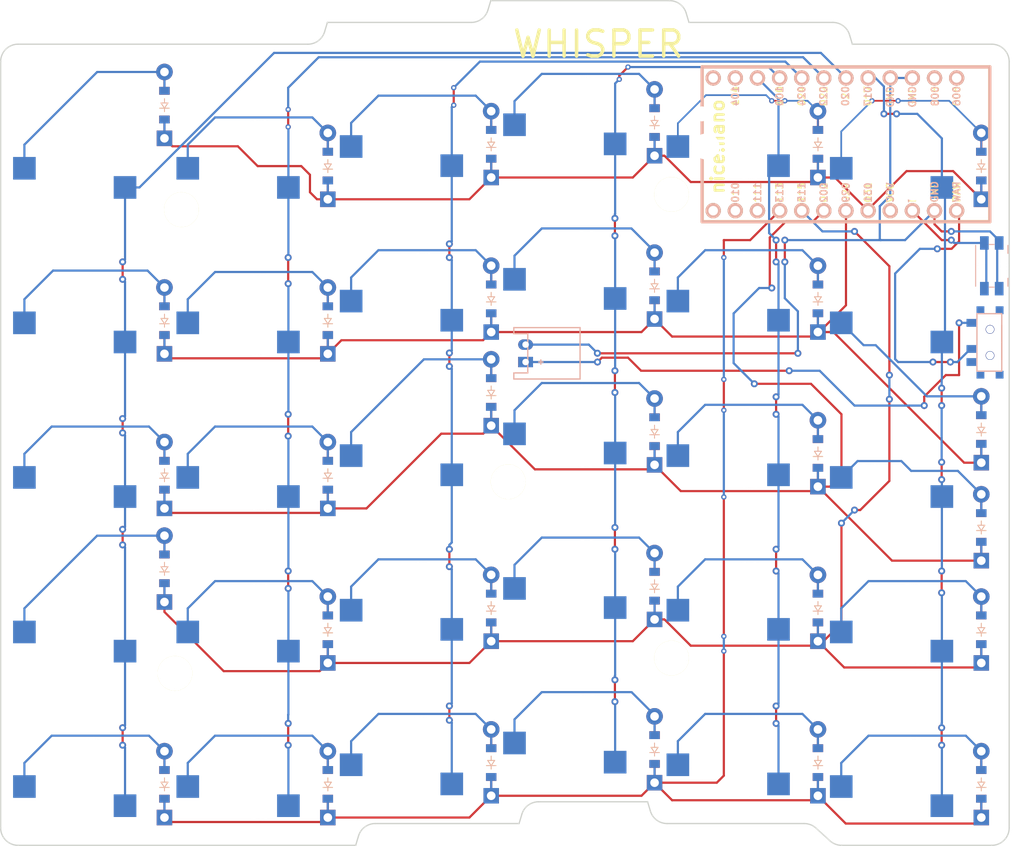
<source format=kicad_pcb>
(kicad_pcb (version 20240108) (generator "pcbnew") (generator_version "8.0")
  (title_block (title "left") (rev "v1.0.0") (company "Unknown"))
  (layers (0 "F.Cu" signal) (31 "B.Cu" signal) (34 "B.Paste" user) (35 "F.Paste" user) (36 "B.SilkS" user "B.Silkscreen") (37 "F.SilkS" user "F.Silkscreen") (38 "B.Mask" user) (39 "F.Mask" user) (44 "Edge.Cuts" user))
  (net 0 "")
  (net 1 "P020")
  (net 2 "first_mod")
  (net 3 "first_bottom")
  (net 4 "first_home")
  (net 5 "first_top")
  (net 6 "first_num")
  (net 7 "P022")
  (net 8 "second_mod")
  (net 9 "second_bottom")
  (net 10 "second_home")
  (net 11 "second_top")
  (net 12 "second_num")
  (net 13 "P024")
  (net 14 "third_mod")
  (net 15 "third_bottom")
  (net 16 "third_home")
  (net 17 "third_top")
  (net 18 "third_num")
  (net 19 "P100")
  (net 20 "fourth_mod")
  (net 21 "fourth_bottom")
  (net 22 "fourth_home")
  (net 23 "fourth_top")
  (net 24 "fourth_num")
  (net 25 "P011")
  (net 26 "fifth_mod")
  (net 27 "fifth_bottom")
  (net 28 "fifth_home")
  (net 29 "fifth_top")
  (net 30 "fifth_num")
  (net 31 "P017")
  (net 32 "sixth_mod")
  (net 33 "sixth_bottom")
  (net 34 "sixth_home")
  (net 35 "sixth_top")
  (net 36 "sixth_num")
  (net 37 "P113")
  (net 38 "P002")
  (net 39 "P029")
  (net 40 "P115")
  (net 41 "P031")
  (net 42 "RAW")
  (net 43 "GND")
  (net 44 "RST")
  (net 45 "VCC")
  (net 46 "P111")
  (net 47 "P010")
  (net 48 "P009")
  (net 49 "P006")
  (net 50 "P008")
  (net 51 "P104")
  (net 52 "P106")
  (net 53 "pos")
  (footprint "E73:SPDT_C128955" (layer "F.Cu") (at 202.55 102.75 -90)
    (property "Reference" "T1" (hide yes))
    (property "Value" "" (hide yes))
  )
  (footprint "PG1350" (layer "F.Cu") (at 100 96.75 180)
    (property "Reference" "S4" (hide yes))
    (property "Value" "" (hide yes))
  )
  (footprint "ComboDiode" (layer "F.Cu") (at 182.8 151 90)
    (property "Reference" "D16" (hide yes))
    (property "Value" "" (hide yes))
  )
  (footprint "PG1350" (layer "F.Cu") (at 156.25 74 180)
    (property "Reference" "S20" (hide yes))
    (property "Value" "" (hide yes))
  )
  (footprint "PG1350" (layer "F.Cu") (at 118.75 132.25 180)
    (property "Reference" "S7" (hide yes))
    (property "Value" "" (hide yes))
  )
  (footprint "ComboDiode" (layer "F.Cu") (at 201.55 135.75 90)
    (property "Reference" "D22" (hide yes))
    (property "Value" "" (hide yes))
  )
  (footprint "PG1350" (layer "F.Cu") (at 156.25 109.5 180)
    (property "Reference" "S18" (hide yes))
    (property "Value" "" (hide yes))
  )
  (footprint "PG1350" (layer "F.Cu") (at 118.75 114.5 180)
    (property "Reference" "S8" (hide yes))
    (property "Value" "" (hide yes))
  )
  (footprint "PG1350" (layer "F.Cu") (at 193.75 150 180)
    (property "Reference" "S26" (hide yes))
    (property "Value" "" (hide yes))
  )
  (footprint "ComboDiode" (layer "F.Cu") (at 126.55 100.25 90)
    (property "Reference" "D7" (hide yes))
    (property "Value" "" (hide yes))
  )
  (footprint "HOLE_M2_TH" (layer "F.Cu") (at 109 140.75)
    (property "Reference" "")
    (property "Value" "")
  )
  (footprint "ComboDiode" (layer "F.Cu") (at 126.55 118 90)
    (property "Reference" "D6" (hide yes))
    (property "Value" "" (hide yes))
  )
  (footprint "PG1350" (layer "F.Cu") (at 175 129.75 180)
    (property "Reference" "S22" (hide yes))
    (property "Value" "" (hide yes))
  )
  (footprint "ComboDiode" (layer "F.Cu") (at 145.3 151 90)
    (property "Reference" "D9" (hide yes))
    (property "Value" "" (hide yes))
  )
  (footprint "ComboDiode" (layer "F.Cu") (at 182.8 115.5 90)
    (property "Reference" "D18" (hide yes))
    (property "Value" "" (hide yes))
  )
  (footprint "nice_nano" (layer "F.Cu") (at 184.75 80 180)
    (property "Reference" "MCU1" (hide yes))
    (property "Value" "nice_nano" (hide yes))
  )
  (footprint "HOLE_M2_TH" (layer "F.Cu") (at 166 139)
    (property "Reference" "")
    (property "Value" "")
  )
  (footprint "ComboDiode" (layer "F.Cu") (at 201.55 112.75 90)
    (property "Reference" "D24" (hide yes))
    (property "Value" "" (hide yes))
  )
  (footprint "ComboDiode" (layer "F.Cu") (at 182.8 97.75 90)
    (property "Reference" "D19" (hide yes))
    (property "Value" "" (hide yes))
  )
  (footprint "PG1350" (layer "F.Cu") (at 100 79 180)
    (property "Reference" "S5" (hide yes))
    (property "Value" "" (hide yes))
  )
  (footprint "Panasonic_EVQPUL_EVQPUC" (layer "F.Cu") (at 202.75 93.95 -90)
    (property "Reference" "B1" (hide yes))
    (property "Value" "Panasonic_EVQPUL_EVQPUC" (hide yes))
  )
  (footprint "ComboDiode" (layer "F.Cu") (at 126.55 82.5 90)
    (property "Reference" "D8" (hide yes))
    (property "Value" "" (hide yes))
  )
  (footprint "ComboDiode" (layer "F.Cu") (at 107.8 75.5 90)
    (property "Reference" "D27" (hide yes))
    (property "Value" "" (hide yes))
  )
  (footprint "PG1350" (layer "F.Cu") (at 100 114.5 180)
    (property "Reference" "S3" (hide yes))
    (property "Value" "" (hide yes))
  )
  (footprint "PG1350" (layer "F.Cu") (at 193.75 96.75 180)
    (property "Reference" "S29" (hide yes))
    (property "Value" "" (hide yes))
  )
  (footprint "ComboDiode" (layer "F.Cu") (at 201.55 82.5 90)
    (property "Reference" "D23" (hide yes))
    (property "Value" "" (hide yes))
  )
  (footprint "ComboDiode" (layer "F.Cu") (at 107.8 128.75 90)
    (property "Reference" "D26" (hide yes))
    (property "Value" "" (hide yes))
  )
  (footprint "ComboDiode" (layer "F.Cu") (at 201.55 153.5 90)
    (property "Reference" "D21" (hide yes))
    (property "Value" "" (hide yes))
  )
  (footprint "PG1350" (layer "F.Cu") (at 118.75 79 180)
    (property "Reference" "S10" (hide yes))
    (property "Value" "" (hide yes))
  )
  (footprint "ComboDiode" (layer "F.Cu") (at 164.05 130.75 90)
    (property "Reference" "D13" (hide yes))
    (property "Value" "" (hide yes))
  )
  (footprint "ComboDiode" (layer "F.Cu") (at 164.05 77.5 90)
    (property "Reference" "D15" (hide yes))
    (property "Value" "" (hide yes))
  )
  (footprint "ComboDiode" (layer "F.Cu") (at 126.55 153.5 90)
    (property "Reference" "D4" (hide yes))
    (property "Value" "" (hide yes))
  )
  (footprint "HOLE_M2_TH" (layer "F.Cu") (at 166 85.75)
    (property "Reference" "")
    (property "Value" "")
  )
  (footprint "PG1350" (layer "F.Cu") (at 137.5 76.5 180)
    (property "Reference" "S15" (hide yes))
    (property "Value" "" (hide yes))
  )
  (footprint "PG1350" (layer "F.Cu") (at 175 147.5 180)
    (property "Reference" "S21" (hide yes))
    (property "Value" "" (hide yes))
  )
  (footprint "ComboDiode" (layer "F.Cu") (at 107.8 100.25 90)
    (property "Reference" "D3" (hide yes))
    (property "Value" "" (hide yes))
  )
  (footprint "PG1350" (layer "F.Cu") (at 156.25 91.75 180)
    (property "Reference" "S19" (hide yes))
    (property "Value" "" (hide yes))
  )
  (footprint "ComboDiode" (layer "F.Cu") (at 201.55 124 90)
    (property "Reference" "D25" (hide yes))
    (property "Value" "" (hide yes))
  )
  (footprint "ComboDiode" (layer "F.Cu") (at 126.55 135.75 90)
    (property "Reference" "D5" (hide yes))
    (property "Value" "" (hide yes))
  )
  (footprint "ComboDiode" (layer "F.Cu") (at 164.05 113 90)
    (property "Reference" "D14" (hide yes))
    (property "Value" "" (hide yes))
  )
  (footprint "PG1350" (layer "F.Cu") (at 156.25 145 180)
    (property "Reference" "S16" (hide yes))
    (property "Value" "" (hide yes))
  )
  (footprint "JST_PH_S2B-PH-K_02x2.00mm_Angled" (layer "F.Cu") (at 149.25 104 90)
    (property "Reference" "JST1" (hide yes))
    (property "Value" "" (hide yes))
  )
  (footprint "ComboDiode" (layer "F.Cu") (at 164.05 149.5 90)
    (property "Reference" "D29" (hide yes))
    (property "Value" "" (hide yes))
  )
  (footprint "ComboDiode" (layer "F.Cu") (at 107.8 118 90)
    (property "Reference" "D2" (hide yes))
    (property "Value" "" (hide yes))
  )
  (footprint "HOLE_M2_TH" (layer "F.Cu") (at 109.75 87.5)
    (property "Reference" "")
    (property "Value" "")
  )
  (footprint "PG1350" (layer "F.Cu") (at 118.75 96.75 180)
    (property "Reference" "S9" (hide yes))
    (property "Value" "" (hide yes))
  )
  (footprint "ComboDiode" (layer "F.Cu") (at 145.3 133.25 90)
    (property "Reference" "D10" (hide yes))
    (property "Value" "" (hide yes))
  )
  (footprint "PG1350" (layer "F.Cu") (at 193.75 114.5 180)
    (property "Reference" "S28" (hide yes))
    (property "Value" "" (hide yes))
  )
  (footprint "PG1350" (layer "F.Cu") (at 137.5 147.5 180)
    (property "Reference" "S11" (hide yes))
    (property "Value" "" (hide yes))
  )
  (footprint "PG1350" (layer "F.Cu") (at 137.5 94.25 180)
    (property "Reference" "S14" (hide yes))
    (property "Value" "" (hide yes))
  )
  (footprint "PG1350" (layer "F.Cu") (at 100 150 180)
    (property "Reference" "S1" (hide yes))
    (property "Value" "" (hide yes))
  )
  (footprint "PG1350" (layer "F.Cu") (at 137.5 112 180)
    (property "Reference" "S13" (hide yes))
    (property "Value" "" (hide yes))
  )
  (footprint "ComboDiode" (layer "F.Cu") (at 164.05 96.25 90)
    (property "Reference" "D30" (hide yes))
    (property "Value" "" (hide yes))
  )
  (footprint "PG1350" (layer "F.Cu") (at 118.75 150 180)
    (property "Reference" "S6" (hide yes))
    (property "Value" "" (hide yes))
  )
  (footprint "ComboDiode" (layer "F.Cu") (at 182.8 80 90)
    (property "Reference" "D20" (hide yes))
    (property "Value" "" (hide yes))
  )
  (footprint "PG1350" (layer "F.Cu") (at 137.5 129.75 180)
    (property "Reference" "S12" (hide yes))
    (property "Value" "" (hide yes))
  )
  (footprint "ComboDiode" (layer "F.Cu") (at 107.8 153.5 90)
    (property "Reference" "D1" (hide yes))
    (property "Value" "" (hide yes))
  )
  (footprint "PG1350" (layer "F.Cu") (at 175 112 180)
    (property "Reference" "S23" (hide yes))
    (property "Value" "" (hide yes))
  )
  (footprint "PG1350" (layer "F.Cu") (at 193.75 79 180)
    (property "Reference" "S30" (hide yes))
    (property "Value" "" (hide yes))
  )
  (footprint "PG1350" (layer "F.Cu") (at 156.25 127.25 180)
    (property "Reference" "S17" (hide yes))
    (property "Value" "" (hide yes))
  )
  (footprint "ComboDiode" (layer "F.Cu") (at 145.3 108.5 90)
    (property "Reference" "D28" (hide yes))
    (property "Value" "" (hide yes))
  )
  (footprint "ComboDiode" (layer "F.Cu") (at 182.8 133.25 90)
    (property "Reference" "D17" (hide yes))
    (property "Value" "" (hide yes))
  )
  (footprint "ComboDiode" (layer "F.Cu") (at 145.3 97.75 90)
    (property "Reference" "D11" (hide yes))
    (property "Value" "" (hide yes))
  )
  (footprint "PG1350" (layer "F.Cu") (at 175 94.25 180)
    (property "Reference" "S24" (hide yes))
    (property "Value" "" (hide yes))
  )
  (footprint "PG1350" (layer "F.Cu") (at 100 132.25 180)
    (property "Reference" "S2" (hide yes))
    (property "Value" "" (hide yes))
  )
  (footprint "HOLE_M2_TH" (layer "F.Cu") (at 147.25 118.75)
    (property "Reference" "")
    (property "Value" "")
  )
  (footprint "ComboDiode" (layer "F.Cu") (at 145.3 80 90)
    (property "Reference" "D12" (hide yes))
    (property "Value" "" (hide yes))
  )
  (footprint "PG1350" (layer "F.Cu") (at 175 76.5 180)
    (property "Reference" "S25" (hide yes))
    (property "Value" "" (hide yes))
  )
  (footprint "PG1350" (layer "F.Cu") (at 193.75 132.25 180)
    (property "Reference" "S27" (hide yes))
    (property "Value" "" (hide yes))
  )
  (gr_arc (start 144.927592 64.574696) (mid 144.2058 65.604586) (end 143.011939 66) (stroke (width 0.15)) (layer "Edge.Cuts"))
  (gr_line (start 130.072409 159.425304) (end 129.75 160.5) (stroke (width 0.15)) (layer "Edge.Cuts"))
  (gr_line (start 186.7501 68.5) (end 202.75 68.5) (stroke (width 0.15)) (layer "Edge.Cuts"))
  (gr_line (start 181.226786 158) (end 165.488061 158) (stroke (width 0.15)) (layer "Edge.Cuts"))
  (gr_line (start 91 68.5) (end 124.261939 68.5) (stroke (width 0.15)) (layer "Edge.Cuts"))
  (gr_line (start 91 160.5) (end 129.75 160.5) (stroke (width 0.15)) (layer "Edge.Cuts"))
  (gr_line (start 89 158.5) (end 89 70.5) (stroke (width 0.15)) (layer "Edge.Cuts"))
  (gr_arc (start 165.761939 63.5) (mid 166.9558 63.895414) (end 167.677591 64.925304) (stroke (width 0.15)) (layer "Edge.Cuts"))
  (gr_line (start 204.75 70.5) (end 204.75 158.5) (stroke (width 0.15)) (layer "Edge.Cuts"))
  (gr_line (start 148.5 158) (end 131.988061 158) (stroke (width 0.15)) (layer "Edge.Cuts"))
  (gr_arc (start 130.072408 159.425304) (mid 130.7942 158.395414) (end 131.988061 158) (stroke (width 0.15)) (layer "Edge.Cuts"))
  (gr_line (start 167.677591 64.925304) (end 168 66) (stroke (width 0.15)) (layer "Edge.Cuts"))
  (gr_arc (start 202.75 68.5) (mid 204.164214 69.085786) (end 204.75 70.5) (stroke (width 0.15)) (layer "Edge.Cuts"))
  (gr_line (start 145.25 63.5) (end 165.761939 63.5) (stroke (width 0.15)) (layer "Edge.Cuts"))
  (gr_arc (start 181.226786 158) (mid 181.94798 158.134556) (end 182.572132 158.52012) (stroke (width 0.15)) (layer "Edge.Cuts"))
  (gr_line (start 202.75 160.5) (end 185.523214 160.5) (stroke (width 0.15)) (layer "Edge.Cuts"))
  (gr_line (start 184.177868 159.97988) (end 182.572132 158.52012) (stroke (width 0.15)) (layer "Edge.Cuts"))
  (gr_arc (start 148.822408 156.925304) (mid 149.5442 155.895414) (end 150.738061 155.5) (stroke (width 0.15)) (layer "Edge.Cuts"))
  (gr_arc (start 126.177592 67.074696) (mid 125.4558 68.104586) (end 124.261939 68.5) (stroke (width 0.15)) (layer "Edge.Cuts"))
  (gr_arc (start 91 160.5) (mid 89.585786 159.914214) (end 89 158.5) (stroke (width 0.15)) (layer "Edge.Cuts"))
  (gr_line (start 186.427627 67.425234) (end 186.7501 68.5) (stroke (width 0.15)) (layer "Edge.Cuts"))
  (gr_arc (start 89 70.5) (mid 89.585786 69.085786) (end 91 68.5) (stroke (width 0.15)) (layer "Edge.Cuts"))
  (gr_line (start 163.25 155.5) (end 150.738061 155.5) (stroke (width 0.15)) (layer "Edge.Cuts"))
  (gr_line (start 148.822409 156.925304) (end 148.5 158) (stroke (width 0.15)) (layer "Edge.Cuts"))
  (gr_line (start 144.927591 64.574696) (end 145.25 63.5) (stroke (width 0.15)) (layer "Edge.Cuts"))
  (gr_line (start 163.572409 156.574696) (end 163.25 155.5) (stroke (width 0.15)) (layer "Edge.Cuts"))
  (gr_line (start 126.177591 67.074696) (end 126.5 66) (stroke (width 0.15)) (layer "Edge.Cuts"))
  (gr_arc (start 184.511996 66) (mid 185.705828 66.395392) (end 186.427627 67.425234) (stroke (width 0.15)) (layer "Edge.Cuts"))
  (gr_arc (start 165.488061 158) (mid 164.2942 157.604586) (end 163.572409 156.574696) (stroke (width 0.15)) (layer "Edge.Cuts"))
  (gr_arc (start 204.75 158.5) (mid 204.164214 159.914214) (end 202.75 160.5) (stroke (width 0.15)) (layer "Edge.Cuts"))
  (gr_arc (start 185.523214 160.5) (mid 184.80202 160.365444) (end 184.177868 159.97988) (stroke (width 0.15)) (layer "Edge.Cuts"))
  (gr_line (start 168 66) (end 184.511996 66) (stroke (width 0.15)) (layer "Edge.Cuts"))
  (gr_line (start 126.5 66) (end 143.011939 66) (stroke (width 0.15)) (layer "Edge.Cuts"))
  (gr_text "WHISPER" (at 147.55 68.5 0) (layer "F.SilkS") (effects (font (size 3 3) (thickness 0.4)) (justify left)))
  (segment (start 103 113.1355) (end 103 111.5) (width 0.25) (layer "F.Cu") (net 1))
  (segment (start 103 126) (end 103 124.215) (width 0.25) (layer "F.Cu") (net 1))
  (segment (start 103 149) (end 103 147) (width 0.25) (layer "F.Cu") (net 1))
  (segment (start 103 95.5) (end 103 93.5) (width 0.25) (layer "F.Cu") (net 1))
  (via (at 103 126) (size 0.8) (drill 0.4) (layers "F.Cu" "B.Cu") (net 1))
  (via (at 103 93.5) (size 0.8) (drill 0.4) (layers "F.Cu" "B.Cu") (net 1))
  (via (at 103 111.5) (size 0.8) (drill 0.4) (layers "F.Cu" "B.Cu") (net 1))
  (via (at 103 113.1355) (size 0.8) (drill 0.4) (layers "F.Cu" "B.Cu") (net 1))
  (via (at 103 95.5) (size 0.8) (drill 0.4) (layers "F.Cu" "B.Cu") (net 1))
  (via (at 103 124.215) (size 0.8) (drill 0.4) (layers "F.Cu" "B.Cu") (net 1))
  (via (at 103 147) (size 0.8) (drill 0.4) (layers "F.Cu" "B.Cu") (net 1))
  (via (at 103 149) (size 0.8) (drill 0.4) (layers "F.Cu" "B.Cu") (net 1))
  (segment (start 103.275 138.2) (end 103.275 126.275) (width 0.25) (layer "B.Cu") (net 1))
  (segment (start 103.275 111.225) (end 103.275 102.7) (width 0.25) (layer "B.Cu") (net 1))
  (segment (start 103.275 95.775) (end 103 95.5) (width 0.25) (layer "B.Cu") (net 1))
  (segment (start 103.275 102.7) (end 103.275 95.775) (width 0.25) (layer "B.Cu") (net 1))
  (segment (start 103.275 155.95) (end 103.275 149.275) (width 0.25) (layer "B.Cu") (net 1))
  (segment (start 103 93.5) (end 103.275 93.225) (width 0.25) (layer "B.Cu") (net 1))
  (segment (start 103 147) (end 103.275 146.725) (width 0.25) (layer "B.Cu") (net 1))
  (segment (start 103.275 123.94) (end 103.275 120.45) (width 0.25) (layer "B.Cu") (net 1))
  (segment (start 183.14 69.5) (end 186.02 72.38) (width 0.25) (layer "B.Cu") (net 1))
  (segment (start 103 111.5) (end 103.275 111.225) (width 0.25) (layer "B.Cu") (net 1))
  (segment (start 103.275 120.45) (end 103.275 113.4105) (width 0.25) (layer "B.Cu") (net 1))
  (segment (start 103.275 93.225) (end 103.275 84.95) (width 0.25) (layer "B.Cu") (net 1))
  (segment (start 103 124.215) (end 103.275 123.94) (width 0.25) (layer "B.Cu") (net 1))
  (segment (start 103.275 84.95) (end 104.92992 84.95) (width 0.25) (layer "B.Cu") (net 1))
  (segment (start 103.275 149.275) (end 103 149) (width 0.25) (layer "B.Cu") (net 1))
  (segment (start 103.275 146.725) (end 103.275 138.2) (width 0.25) (layer "B.Cu") (net 1))
  (segment (start 104.92992 84.95) (end 120.37992 69.5) (width 0.25) (layer "B.Cu") (net 1))
  (segment (start 120.37992 69.5) (end 183.14 69.5) (width 0.25) (layer "B.Cu") (net 1))
  (segment (start 103.275 126.275) (end 103 126) (width 0.25) (layer "B.Cu") (net 1))
  (segment (start 103.275 113.4105) (end 103 113.1355) (width 0.25) (layer "B.Cu") (net 1))
  (segment (start 107.8 149.69) (end 107.8 151.85) (width 0.25) (layer "F.Cu") (net 2))
  (segment (start 91.725 153.75) (end 91.725 151.041316) (width 0.25) (layer "B.Cu") (net 2))
  (segment (start 91.725 151.041316) (end 94.855816 147.9105) (width 0.25) (layer "B.Cu") (net 2))
  (segment (start 106.0205 147.9105) (end 107.8 149.69) (width 0.25) (layer "B.Cu") (net 2))
  (segment (start 94.855816 147.9105) (end 106.0205 147.9105) (width 0.25) (layer "B.Cu") (net 2))
  (segment (start 107.8 149.69) (end 107.8 151.85) (width 0.25) (layer "B.Cu") (net 2))
  (segment (start 107.8 124.94) (end 107.8 127.1) (width 0.25) (layer "F.Cu") (net 3))
  (segment (start 91.725 133.291316) (end 100.076316 124.94) (width 0.25) (layer "B.Cu") (net 3))
  (segment (start 107.8 124.94) (end 107.8 127.1) (width 0.25) (layer "B.Cu") (net 3))
  (segment (start 91.725 136) (end 91.725 133.291316) (width 0.25) (layer "B.Cu") (net 3))
  (segment (start 100.076316 124.94) (end 107.8 124.94) (width 0.25) (layer "B.Cu") (net 3))
  (segment (start 107.8 114.19) (end 107.8 116.35) (width 0.25) (layer "F.Cu") (net 4))
  (segment (start 107.8 114.19) (end 107.8 116.35) (width 0.25) (layer "B.Cu") (net 4))
  (segment (start 91.725 118.25) (end 91.725 115.541316) (width 0.25) (layer "B.Cu") (net 4))
  (segment (start 94.855816 112.4105) (end 106.0205 112.4105) (width 0.25) (layer "B.Cu") (net 4))
  (segment (start 91.725 115.541316) (end 94.855816 112.4105) (width 0.25) (layer "B.Cu") (net 4))
  (segment (start 106.0205 112.4105) (end 107.8 114.19) (width 0.25) (layer "B.Cu") (net 4))
  (segment (start 107.8 96.44) (end 107.8 98.6) (width 0.25) (layer "F.Cu") (net 5))
  (segment (start 105.86 94.5) (end 107.8 96.44) (width 0.25) (layer "B.Cu") (net 5))
  (segment (start 91.725 97.791316) (end 95.016316 94.5) (width 0.25) (layer "B.Cu") (net 5))
  (segment (start 95.016316 94.5) (end 105.86 94.5) (width 0.25) (layer "B.Cu") (net 5))
  (segment (start 91.725 100.5) (end 91.725 97.791316) (width 0.25) (layer "B.Cu") (net 5))
  (segment (start 107.8 96.44) (end 107.8 98.6) (width 0.25) (layer "B.Cu") (net 5))
  (segment (start 107.8 71.69) (end 107.8 73.85) (width 0.25) (layer "F.Cu") (net 6))
  (segment (start 91.725 80.041316) (end 100.076316 71.69) (width 0.25) (layer "B.Cu") (net 6))
  (segment (start 100.076316 71.69) (end 107.8 71.69) (width 0.25) (layer "B.Cu") (net 6))
  (segment (start 107.8 71.69) (end 107.8 73.85) (width 0.25) (layer "B.Cu") (net 6))
  (segment (start 91.725 82.75) (end 91.725 80.041316) (width 0.25) (layer "B.Cu") (net 6))
  (segment (start 122 131) (end 122 129) (width 0.25) (layer "F.Cu") (net 7))
  (segment (start 122 78) (end 122 76) (width 0.25) (layer "F.Cu") (net 7))
  (segment (start 122 149) (end 122 146.5) (width 0.25) (layer "F.Cu") (net 7))
  (segment (start 122 96) (end 122 93) (width 0.25) (layer "F.Cu") (net 7))
  (segment (start 122 113.5) (end 122 111) (width 0.25) (layer "F.Cu") (net 7))
  (via (at 122 111) (size 0.8) (drill 0.4) (layers "F.Cu" "B.Cu") (net 7))
  (via (at 122 96) (size 0.8) (drill 0.4) (layers "F.Cu" "B.Cu") (net 7))
  (via (at 122 129) (size 0.8) (drill 0.4) (layers "F.Cu" "B.Cu") (net 7))
  (via (at 122 131) (size 0.8) (drill 0.4) (layers "F.Cu" "B.Cu") (net 7))
  (via (at 122 149) (size 0.8) (drill 0.4) (layers "F.Cu" "B.Cu") (net 7))
  (via (at 122 76) (size 0.6) (drill 0.3) (layers "F.Cu" "B.Cu") (net 7))
  (via (at 122 146.5) (size 0.8) (drill 0.4) (layers "F.Cu" "B.Cu") (net 7))
  (via (at 122 93) (size 0.8) (drill 0.4) (layers "F.Cu" "B.Cu") (net 7))
  (via (at 122 113.5) (size 0.8) (drill 0.4) (layers "F.Cu" "B.Cu") (net 7))
  (via (at 122 78) (size 0.6) (drill 0.3) (layers "F.Cu" "B.Cu") (net 7))
  (segment (start 122.025 131.025) (end 122 131) (width 0.25) (layer "B.Cu") (net 7))
  (segment (start 122.025 120.45) (end 122.025 113.525) (width 0.25) (layer "B.Cu") (net 7))
  (segment (start 122.025 138.2) (end 122.025 131.025) (width 0.25) (layer "B.Cu") (net 7))
  (segment (start 122.025 113.525) (end 122 113.5) (width 0.25) (layer "B.Cu") (net 7))
  (segment (start 122.025 102.7) (end 122.025 96.025) (width 0.25) (layer "B.Cu") (net 7))
  (segment (start 122.025 128.975) (end 122.025 120.45) (width 0.25) (layer "B.Cu") (net 7))
  (segment (start 122.025 149.025) (end 122 149) (width 0.25) (layer "B.Cu") (net 7))
  (segment (start 122.025 145.475) (end 122.025 138.2) (width 0.25) (layer "B.Cu") (net 7))
  (segment (start 122.025 78.025) (end 122 78) (width 0.25) (layer "B.Cu") (net 7))
  (segment (start 122.025 96.025) (end 122 96) (width 0.25) (layer "B.Cu") (net 7))
  (segment (start 122.025 155.95) (end 122.025 149.025) (width 0.25) (layer "B.Cu") (net 7))
  (segment (start 122 145.5) (end 122.025 145.475) (width 0.25) (layer "B.Cu") (net 7))
  (segment (start 122.025 92.975) (end 122.025 84.95) (width 0.25) (layer "B.Cu") (net 7))
  (segment (start 122 93) (end 122.025 92.975) (width 0.25) (layer "B.Cu") (net 7))
  (segment (start 122.025 110.975) (end 122.025 102.7) (width 0.25) (layer "B.Cu") (net 7))
  (segment (start 122 111) (end 122.025 110.975) (width 0.25) (layer "B.Cu") (net 7))
  (segment (start 181.1 70) (end 125.5 70) (width 0.25) (layer "B.Cu") (net 7))
  (segment (start 122 129) (end 122.025 128.975) (width 0.25) (layer "B.Cu") (net 7))
  (segment (start 122 146.5) (end 122 145.5) (width 0.25) (layer "B.Cu") (net 7))
  (segment (start 122.025 84.95) (end 122.025 78.025) (width 0.25) (layer "B.Cu") (net 7))
  (segment (start 183.48 72.38) (end 181.1 70) (width 0.25) (layer "B.Cu") (net 7))
  (segment (start 122 73.5) (end 122 76) (width 0.25) (layer "B.Cu") (net 7))
  (segment (start 125.5 70) (end 122 73.5) (width 0.25) (layer "B.Cu") (net 7))
  (segment (start 126.55 149.69) (end 126.55 151.85) (width 0.25) (layer "F.Cu") (net 8))
  (segment (start 110.475 151.041316) (end 113.605816 147.9105) (width 0.25) (layer "B.Cu") (net 8))
  (segment (start 126.55 149.69) (end 126.55 151.85) (width 0.25) (layer "B.Cu") (net 8))
  (segment (start 110.475 153.75) (end 110.475 151.041316) (width 0.25) (layer "B.Cu") (net 8))
  (segment (start 113.605816 147.9105) (end 124.7705 147.9105) (width 0.25) (layer "B.Cu") (net 8))
  (segment (start 124.7705 147.9105) (end 126.55 149.69) (width 0.25) (layer "B.Cu") (net 8))
  (segment (start 126.55 131.94) (end 126.55 134.1) (width 0.25) (layer "F.Cu") (net 9))
  (segment (start 124.7705 130.1605) (end 126.55 131.94) (width 0.25) (layer "B.Cu") (net 9))
  (segment (start 110.475 133.291316) (end 113.605816 130.1605) (width 0.25) (layer "B.Cu") (net 9))
  (segment (start 113.605816 130.1605) (end 124.7705 130.1605) (width 0.25) (layer "B.Cu") (net 9))
  (segment (start 126.55 131.94) (end 126.55 134.1) (width 0.25) (layer "B.Cu") (net 9))
  (segment (start 110.475 136) (end 110.475 133.291316) (width 0.25) (layer "B.Cu") (net 9))
  (segment (start 126.55 114.19) (end 126.55 116.35) (width 0.25) (layer "F.Cu") (net 10))
  (segment (start 124.7705 112.4105) (end 126.55 114.19) (width 0.25) (layer "B.Cu") (net 10))
  (segment (start 113.605816 112.4105) (end 124.7705 112.4105) (width 0.25) (layer "B.Cu") (net 10))
  (segment (start 110.475 115.541316) (end 113.605816 112.4105) (width 0.25) (layer "B.Cu") (net 10))
  (segment (start 126.55 114.19) (end 126.55 116.35) (width 0.25) (layer "B.Cu") (net 10))
  (segment (start 110.475 118.25) (end 110.475 115.541316) (width 0.25) (layer "B.Cu") (net 10))
  (segment (start 126.55 96.44) (end 126.55 98.6) (width 0.25) (layer "F.Cu") (net 11))
  (segment (start 126.55 96.44) (end 126.55 98.6) (width 0.25) (layer "B.Cu") (net 11))
  (segment (start 113.605816 94.6605) (end 124.7705 94.6605) (width 0.25) (layer "B.Cu") (net 11))
  (segment (start 124.7705 94.6605) (end 126.55 96.44) (width 0.25) (layer "B.Cu") (net 11))
  (segment (start 110.475 100.5) (end 110.475 97.791316) (width 0.25) (layer "B.Cu") (net 11))
  (segment (start 110.475 97.791316) (end 113.605816 94.6605) (width 0.25) (layer "B.Cu") (net 11))
  (segment (start 126.55 78.69) (end 126.55 80.85) (width 0.25) (layer "F.Cu") (net 12))
  (segment (start 124.7705 76.9105) (end 126.55 78.69) (width 0.25) (layer "B.Cu") (net 12))
  (segment (start 110.475 80.041316) (end 113.605816 76.9105) (width 0.25) (layer "B.Cu") (net 12))
  (segment (start 126.55 78.69) (end 126.55 80.85) (width 0.25) (layer "B.Cu") (net 12))
  (segment (start 110.475 82.75) (end 110.475 80.041316) (width 0.25) (layer "B.Cu") (net 12))
  (segment (start 113.605816 76.9105) (end 124.7705 76.9105) (width 0.25) (layer "B.Cu") (net 12))
  (segment (start 141 75.5) (end 141 73.5) (width 0.25) (layer "F.Cu") (net 13))
  (segment (start 140.5 146.1355) (end 140.5 144.5) (width 0.25) (layer "F.Cu") (net 13))
  (segment (start 140.5 128.5) (end 140.5 126.5) (width 0.25) (layer "F.Cu") (net 13))
  (segment (start 140.5 105.5) (end 140.5 103.965) (width 0.25) (layer "F.Cu") (net 13))
  (segment (start 140.5 93) (end 140.5 91.4355) (width 0.25) (layer "F.Cu") (net 13))
  (via (at 141 73.5) (size 0.6) (drill 0.3) (layers "F.Cu" "B.Cu") (net 13))
  (via (at 140.5 128.5) (size 0.8) (drill 0.4) (layers "F.Cu" "B.Cu") (net 13))
  (via (at 140.5 103.965) (size 0.8) (drill 0.4) (layers "F.Cu" "B.Cu") (net 13))
  (via (at 140.5 91.4355) (size 0.8) (drill 0.4) (layers "F.Cu" "B.Cu") (net 13))
  (via (at 140.5 105.5) (size 0.8) (drill 0.4) (layers "F.Cu" "B.Cu") (net 13))
  (via (at 141 75.5) (size 0.6) (drill 0.3) (layers "F.Cu" "B.Cu") (net 13))
  (via (at 140.5 126.5) (size 0.8) (drill 0.4) (layers "F.Cu" "B.Cu") (net 13))
  (via (at 140.5 146.1355) (size 0.8) (drill 0.4) (layers "F.Cu" "B.Cu") (net 13))
  (via (at 140.5 144.5) (size 0.8) (drill 0.4) (layers "F.Cu" "B.Cu") (net 13))
  (via (at 140.5 93) (size 0.8) (drill 0.4) (layers "F.Cu" "B.Cu") (net 13))
  (segment (start 140.775 103.69) (end 140.775 100.2) (width 0.25) (layer "B.Cu") (net 13))
  (segment (start 140.5 144.5) (end 140.775 144.225) (width 0.25) (layer "B.Cu") (net 13))
  (segment (start 140.775 153.45) (end 140.775 146.4105) (width 0.25) (layer "B.Cu") (net 13))
  (segment (start 140.775 144.225) (end 140.775 135.7) (width 0.25) (layer "B.Cu") (net 13))
  (segment (start 140.5 126) (end 140.775 125.725) (width 0.25) (layer "B.Cu") (net 13))
  (segment (start 140.775 93.275) (end 140.5 93) (width 0.25) (layer "B.Cu") (net 13))
  (segment (start 140.775 135.7) (end 140.775 128.775) (width 0.25) (layer "B.Cu") (net 13))
  (segment (start 179.06 70.5) (end 180.94 72.38) (width 0.25) (layer "B.Cu") (net 13))
  (segment (start 140.775 82.45) (end 140.775 75.725) (width 0.25) (layer "B.Cu") (net 13))
  (segment (start 140.5 91.4355) (end 140.775 91.1605) (width 0.25) (layer "B.Cu") (net 13))
  (segment (start 144 70.5) (end 179.06 70.5) (width 0.25) (layer "B.Cu") (net 13))
  (segment (start 141 73.5) (end 144 70.5) (width 0.25) (layer "B.Cu") (net 13))
  (segment (start 140.775 117.95) (end 140.775 105.775) (width 0.25) (layer "B.Cu") (net 13))
  (segment (start 140.775 146.4105) (end 140.5 146.1355) (width 0.25) (layer "B.Cu") (net 13))
  (segment (start 140.775 91.1605) (end 140.775 82.45) (width 0.25) (layer "B.Cu") (net 13))
  (segment (start 140.5 126.5) (end 140.5 126) (width 0.25) (layer "B.Cu") (net 13))
  (segment (start 140.775 75.725) (end 141 75.5) (width 0.25) (layer "B.Cu") (net 13))
  (segment (start 140.775 128.775) (end 140.5 128.5) (width 0.25) (layer "B.Cu") (net 13))
  (segment (start 140.775 100.2) (end 140.775 93.275) (width 0.25) (layer "B.Cu") (net 13))
  (segment (start 140.5 103.965) (end 140.775 103.69) (width 0.25) (layer "B.Cu") (net 13))
  (segment (start 140.775 125.725) (end 140.775 117.95) (width 0.25) (layer "B.Cu") (net 13))
  (segment (start 140.775 105.775) (end 140.5 105.5) (width 0.25) (layer "B.Cu") (net 13))
  (segment (start 145.3 147.19) (end 145.3 149.35) (width 0.25) (layer "F.Cu") (net 14))
  (segment (start 145.3 147.19) (end 145.3 149.35) (width 0.25) (layer "B.Cu") (net 14))
  (segment (start 129.225 148.541316) (end 132.355816 145.4105) (width 0.25) (layer "B.Cu") (net 14))
  (segment (start 129.225 151.25) (end 129.225 148.541316) (width 0.25) (layer "B.Cu") (net 14))
  (segment (start 143.5205 145.4105) (end 145.3 147.19) (width 0.25) (layer "B.Cu") (net 14))
  (segment (start 132.355816 145.4105) (end 143.5205 145.4105) (width 0.25) (layer "B.Cu") (net 14))
  (segment (start 145.3 129.44) (end 145.3 131.6) (width 0.25) (layer "F.Cu") (net 15))
  (segment (start 132.355816 127.6605) (end 143.5205 127.6605) (width 0.25) (layer "B.Cu") (net 15))
  (segment (start 129.225 133.5) (end 129.225 130.791316) (width 0.25) (layer "B.Cu") (net 15))
  (segment (start 145.3 129.44) (end 145.3 131.6) (width 0.25) (layer "B.Cu") (net 15))
  (segment (start 129.225 130.791316) (end 132.355816 127.6605) (width 0.25) (layer "B.Cu") (net 15))
  (segment (start 143.5205 127.6605) (end 145.3 129.44) (width 0.25) (layer "B.Cu") (net 15))
  (segment (start 145.3 104.69) (end 145.3 106.85) (width 0.25) (layer "F.Cu") (net 16))
  (segment (start 129.225 113.041316) (end 137.576316 104.69) (width 0.25) (layer "B.Cu") (net 16))
  (segment (start 137.576316 104.69) (end 145.3 104.69) (width 0.25) (layer "B.Cu") (net 16))
  (segment (start 145.3 104.69) (end 145.3 106.85) (width 0.25) (layer "B.Cu") (net 16))
  (segment (start 129.225 115.75) (end 129.225 113.041316) (width 0.25) (layer "B.Cu") (net 16))
  (segment (start 145.3 93.94) (end 145.3 96.1) (width 0.25) (layer "F.Cu") (net 17))
  (segment (start 129.225 95.291316) (end 132.355816 92.1605) (width 0.25) (layer "B.Cu") (net 17))
  (segment (start 129.225 98) (end 129.225 95.291316) (width 0.25) (layer "B.Cu") (net 17))
  (segment (start 143.5205 92.1605) (end 145.3 93.94) (width 0.25) (layer "B.Cu") (net 17))
  (segment (start 132.355816 92.1605) (end 143.5205 92.1605) (width 0.25) (layer "B.Cu") (net 17))
  (segment (start 145.3 93.94) (end 145.3 96.1) (width 0.25) (layer "B.Cu") (net 17))
  (segment (start 145.3 76.19) (end 145.3 78.35) (width 0.25) (layer "F.Cu") (net 18))
  (segment (start 129.225 80.25) (end 129.225 77.541316) (width 0.25) (layer "B.Cu") (net 18))
  (segment (start 132.355816 74.4105) (end 143.5205 74.4105) (width 0.25) (layer "B.Cu") (net 18))
  (segment (start 143.5205 74.4105) (end 145.3 76.19) (width 0.25) (layer "B.Cu") (net 18))
  (segment (start 145.3 76.19) (end 145.3 78.35) (width 0.25) (layer "B.Cu") (net 18))
  (segment (start 129.225 77.541316) (end 132.355816 74.4105) (width 0.25) (layer "B.Cu") (net 18))
  (segment (start 160 72.125) (end 161 71.125) (width 0.25) (layer "F.Cu") (net 19))
  (segment (start 159.5 90.5) (end 159.5 88.5) (width 0.25) (layer "F.Cu") (net 19))
  (segment (start 159.5 108.5) (end 159.5 106) (width 0.25) (layer "F.Cu") (net 19))
  (segment (start 159.5 144) (end 159.5 141.5) (width 0.25) (layer "F.Cu") (net 19))
  (segment (start 159.5 126.5) (end 159.5 124) (width 0.25) (layer "F.Cu") (net 19))
  (segment (start 160 72.5355) (end 160 72.125) (width 0.25) (layer "F.Cu") (net 19))
  (via (at 161 71.125) (size 0.6) (drill 0.3) (layers "F.Cu" "B.Cu") (net 19))
  (via (at 159.5 90.5) (size 0.8) (drill 0.4) (layers "F.Cu" "B.Cu") (net 19))
  (via (at 159.5 124) (size 0.8) (drill 0.4) (layers "F.Cu" "B.Cu") (net 19))
  (via (at 159.5 108.5) (size 0.8) (drill 0.4) (layers "F.Cu" "B.Cu") (net 19))
  (via (at 159.5 144) (size 0.8) (drill 0.4) (layers "F.Cu" "B.Cu") (net 19))
  (via (at 160 72.5355) (size 0.6) (drill 0.3) (layers "F.Cu" "B.Cu") (net 19))
  (via (at 159.5 141.5) (size 0.8) (drill 0.4) (layers "F.Cu" "B.Cu") (net 19))
  (via (at 159.5 88.5) (size 0.8) (drill 0.4) (layers "F.Cu" "B.Cu") (net 19))
  (via (at 159.5 106) (size 0.8) (drill 0.4) (layers "F.Cu" "B.Cu") (net 19))
  (via (at 159.5 126.5) (size 0.8) (drill 0.4) (layers "F.Cu" "B.Cu") (net 19))
  (segment (start 159.5 106) (end 159.525 105.975) (width 0.25) (layer "B.Cu") (net 19))
  (segment (start 159.525 150.95) (end 159.525 144.025) (width 0.25) (layer "B.Cu") (net 19))
  (segment (start 177.145 71.125) (end 178.4 72.38) (width 0.25) (layer "B.Cu") (net 19))
  (segment (start 159.525 90.525) (end 159.5 90.5) (width 0.25) (layer "B.Cu") (net 19))
  (segment (start 159.5 88.5) (end 159.5 88) (width 0.25) (layer "B.Cu") (net 19))
  (segment (start 159.525 140.975) (end 159.525 133.2) (width 0.25) (layer "B.Cu") (net 19))
  (segment (start 159.5 88) (end 159.525 87.975) (width 0.25) (layer "B.Cu") (net 19))
  (segment (start 159.5 141.5) (end 159.5 141) (width 0.25) (layer "B.Cu") (net 19))
  (segment (start 161 71.125) (end 177.145 71.125) (width 0.25) (layer "B.Cu") (net 19))
  (segment (start 159.525 115.45) (end 159.525 108.525) (width 0.25) (layer "B.Cu") (net 19))
  (segment (start 159.525 133.2) (end 159.525 126.525) (width 0.25) (layer "B.Cu") (net 19))
  (segment (start 159.525 87.975) (end 159.525 79.95) (width 0.25) (layer "B.Cu") (net 19))
  (segment (start 159.525 123.975) (end 159.525 115.45) (width 0.25) (layer "B.Cu") (net 19))
  (segment (start 159.525 73.0105) (end 160 72.5355) (width 0.25) (layer "B.Cu") (net 19))
  (segment (start 159.525 108.525) (end 159.5 108.5) (width 0.25) (layer "B.Cu") (net 19))
  (segment (start 159.525 105.975) (end 159.525 97.7) (width 0.25) (layer "B.Cu") (net 19))
  (segment (start 159.525 79.95) (end 159.525 73.0105) (width 0.25) (layer "B.Cu") (net 19))
  (segment (start 159.5 124) (end 159.525 123.975) (width 0.25) (layer "B.Cu") (net 19))
  (segment (start 159.525 144.025) (end 159.5 144) (width 0.25) (layer "B.Cu") (net 19))
  (segment (start 159.5 141) (end 159.525 140.975) (width 0.25) (layer "B.Cu") (net 19))
  (segment (start 159.525 126.525) (end 159.5 126.5) (width 0.25) (layer "B.Cu") (net 19))
  (segment (start 159.525 97.7) (end 159.525 90.525) (width 0.25) (layer "B.Cu") (net 19))
  (segment (start 164.05 145.69) (end 164.05 147.85) (width 0.25) (layer "F.Cu") (net 20))
  (segment (start 164.05 145.69) (end 164.05 147.85) (width 0.25) (layer "B.Cu") (net 20))
  (segment (start 161.4105 142.9105) (end 164.05 145.55) (width 0.25) (layer "B.Cu") (net 20))
  (segment (start 147.975 146.041316) (end 151.105816 142.9105) (width 0.25) (layer "B.Cu") (net 20))
  (segment (start 164.05 145.55) (end 164.05 145.69) (width 0.25) (layer "B.Cu") (net 20))
  (segment (start 147.975 148.75) (end 147.975 146.041316) (width 0.25) (layer "B.Cu") (net 20))
  (segment (start 151.105816 142.9105) (end 161.4105 142.9105) (width 0.25) (layer "B.Cu") (net 20))
  (segment (start 164.05 126.94) (end 164.05 129.1) (width 0.25) (layer "F.Cu") (net 21))
  (segment (start 151.105816 125.1605) (end 162.2705 125.1605) (width 0.25) (layer "B.Cu") (net 21))
  (segment (start 147.975 131) (end 147.975 128.291316) (width 0.25) (layer "B.Cu") (net 21))
  (segment (start 164.05 126.94) (end 164.05 129.1) (width 0.25) (layer "B.Cu") (net 21))
  (segment (start 147.975 128.291316) (end 151.105816 125.1605) (width 0.25) (layer "B.Cu") (net 21))
  (segment (start 162.2705 125.1605) (end 164.05 126.94) (width 0.25) (layer "B.Cu") (net 21))
  (segment (start 164.05 109.19) (end 164.05 111.35) (width 0.25) (layer "F.Cu") (net 22))
  (segment (start 151.105816 107.4105) (end 162.2705 107.4105) (width 0.25) (layer "B.Cu") (net 22))
  (segment (start 162.2705 107.4105) (end 164.05 109.19) (width 0.25) (layer "B.Cu") (net 22))
  (segment (start 147.975 113.25) (end 147.975 110.541316) (width 0.25) (layer "B.Cu") (net 22))
  (segment (start 147.975 110.541316) (end 151.105816 107.4105) (width 0.25) (layer "B.Cu") (net 22))
  (segment (start 164.05 109.19) (end 164.05 111.35) (width 0.25) (layer "B.Cu") (net 22))
  (segment (start 164.05 92.44) (end 164.05 94.6) (width 0.25) (layer "F.Cu") (net 23))
  (segment (start 147.975 92.791316) (end 151.105816 89.6605) (width 0.25) (layer "B.Cu") (net 23))
  (segment (start 161.394184 89.6605) (end 164.05 92.316316) (width 0.25) (layer "B.Cu") (net 23))
  (segment (start 164.05 92.316316) (end 164.05 92.44) (width 0.25) (layer "B.Cu") (net 23))
  (segment (start 164.05 92.44) (end 164.05 94.6) (width 0.25) (layer "B.Cu") (net 23))
  (segment (start 151.105816 89.6605) (end 161.394184 89.6605) (width 0.25) (layer "B.Cu") (net 23))
  (segment (start 147.975 95.5) (end 147.975 92.791316) (width 0.25) (layer "B.Cu") (net 23))
  (segment (start 164.05 73.69) (end 164.05 75.85) (width 0.25) (layer "F.Cu") (net 24))
  (segment (start 147.975 75.041316) (end 151.105816 71.9105) (width 0.25) (layer "B.Cu") (net 24))
  (segment (start 151.105816 71.9105) (end 162.2705 71.9105) (width 0.25) (layer "B.Cu") (net 24))
  (segment (start 164.05 73.69) (end 164.05 75.85) (width 0.25) (layer "B.Cu") (net 24))
  (segment (start 162.2705 71.9105) (end 164.05 73.69) (width 0.25) (layer "B.Cu") (net 24))
  (segment (start 147.975 77.75) (end 147.975 75.041316) (width 0.25) (layer "B.Cu") (net 24))
  (segment (start 178 146.5) (end 178 144.5) (width 0.25) (layer "F.Cu") (net 25))
  (segment (start 178 129) (end 178 126.5) (width 0.25) (layer "F.Cu") (net 25))
  (segment (start 178 111) (end 178 109) (width 0.25) (layer "F.Cu") (net 25))
  (segment (start 178 93.5) (end 178 91) (width 0.25) (layer "F.Cu") (net 25))
  (via (at 178 146.5) (size 0.8) (drill 0.4) (layers "F.Cu" "B.Cu") (net 25))
  (via (at 178 111) (size 0.8) (drill 0.4) (layers "F.Cu" "B.Cu") (net 25))
  (via (at 178 91) (size 0.8) (drill 0.4) (layers "F.Cu" "B.Cu") (net 25))
  (via (at 178 93.5) (size 0.8) (drill 0.4) (layers "F.Cu" "B.Cu") (net 25))
  (via (at 178 144.5) (size 0.8) (drill 0.4) (layers "F.Cu" "B.Cu") (net 25))
  (via (at 178 109) (size 0.8) (drill 0.4) (layers "F.Cu" "B.Cu") (net 25))
  (via (at 178 126.5) (size 0.8) (drill 0.4) (layers "F.Cu" "B.Cu") (net 25))
  (via (at 178 129) (size 0.8) (drill 0.4) (layers "F.Cu" "B.Cu") (net 25))
  (segment (start 178.275 108.725) (end 178.275 100.2) (width 0.25) (layer "B.Cu") (net 25))
  (segment (start 177.1987 83.5263) (end 178.275 82.45) (width 0.25) (layer "B.Cu") (net 25))
  (segment (start 178.275 100.2) (end 178.275 93.775) (width 0.25) (layer "B.Cu") (net 25))
  (segment (start 178.275 126.225) (end 178.275 117.95) (width 0.25) (layer "B.Cu") (net 25))
  (segment (start 178 91) (end 177.1987 90.1987) (width 0.25) (layer "B.Cu") (net 25))
  (segment (start 178.275 74.795) (end 175.86 72.38) (width 0.25) (layer "B.Cu") (net 25))
  (segment (start 178 109) (end 178.275 108.725) (width 0.25) (layer "B.Cu") (net 25))
  (segment (start 178.275 129.275) (end 178 129) (width 0.25) (layer "B.Cu") (net 25))
  (segment (start 178.275 111.275) (end 178 111) (width 0.25) (layer "B.Cu") (net 25))
  (segment (start 178.275 144.225) (end 178.275 135.7) (width 0.25) (layer "B.Cu") (net 25))
  (segment (start 177.1987 90.1987) (end 177.1987 83.5263) (width 0.25) (layer "B.Cu") (net 25))
  (segment (start 178.275 135.7) (end 178.275 129.275) (width 0.25) (layer "B.Cu") (net 25))
  (segment (start 178 144.5) (end 178.275 144.225) (width 0.25) (layer "B.Cu") (net 25))
  (segment (start 178.275 146.775) (end 178 146.5) (width 0.25) (layer "B.Cu") (net 25))
  (segment (start 178.275 153.45) (end 178.275 146.775) (width 0.25) (layer "B.Cu") (net 25))
  (segment (start 178.275 117.95) (end 178.275 111.275) (width 0.25) (layer "B.Cu") (net 25))
  (segment (start 178 126.5) (end 178.275 126.225) (width 0.25) (layer "B.Cu") (net 25))
  (segment (start 178.275 93.775) (end 178 93.5) (width 0.25) (layer "B.Cu") (net 25))
  (segment (start 178.275 82.45) (end 178.275 74.795) (width 0.25) (layer "B.Cu") (net 25))
  (segment (start 182.8 147.19) (end 182.8 149.35) (width 0.25) (layer "F.Cu") (net 26))
  (segment (start 182.8 147.19) (end 182.8 149.35) (width 0.25) (layer "B.Cu") (net 26))
  (segment (start 166.725 151.25) (end 166.725 148.541316) (width 0.25) (layer "B.Cu") (net 26))
  (segment (start 181.0205 145.4105) (end 182.8 147.19) (width 0.25) (layer "B.Cu") (net 26))
  (segment (start 166.725 148.541316) (end 169.855816 145.4105) (width 0.25) (layer "B.Cu") (net 26))
  (segment (start 169.855816 145.4105) (end 181.0205 145.4105) (width 0.25) (layer "B.Cu") (net 26))
  (segment (start 182.8 129.44) (end 182.8 131.6) (width 0.25) (layer "F.Cu") (net 27))
  (segment (start 182.8 129.44) (end 182.8 131.6) (width 0.25) (layer "B.Cu") (net 27))
  (segment (start 166.725 130.791316) (end 169.855816 127.6605) (width 0.25) (layer "B.Cu") (net 27))
  (segment (start 169.855816 127.6605) (end 181.0205 127.6605) (width 0.25) (layer "B.Cu") (net 27))
  (segment (start 181.0205 127.6605) (end 182.8 129.44) (width 0.25) (layer "B.Cu") (net 27))
  (segment (start 166.725 133.5) (end 166.725 130.791316) (width 0.25) (layer "B.Cu") (net 27))
  (segment (start 182.8 111.69) (end 182.8 113.85) (width 0.25) (layer "F.Cu") (net 28))
  (segment (start 181.0205 109.9105) (end 182.8 111.69) (width 0.25) (layer "B.Cu") (net 28))
  (segment (start 166.725 113.041316) (end 169.855816 109.9105) (width 0.25) (layer "B.Cu") (net 28))
  (segment (start 182.8 111.69) (end 182.8 113.85) (width 0.25) (layer "B.Cu") (net 28))
  (segment (start 169.855816 109.9105) (end 181.0205 109.9105) (width 0.25) (layer "B.Cu") (net 28))
  (segment (start 166.725 115.75) (end 166.725 113.041316) (width 0.25) (layer "B.Cu") (net 28))
  (segment (start 182.8 93.94) (end 182.8 96.1) (width 0.25) (layer "F.Cu") (net 29))
  (segment (start 181.0205 92.1605) (end 182.8 93.94) (width 0.25) (layer "B.Cu") (net 29))
  (segment (start 182.8 93.94) (end 182.8 96.1) (width 0.25) (layer "B.Cu") (net 29))
  (segment (start 166.725 95.291316) (end 169.855816 92.1605) (width 0.25) (layer "B.Cu") (net 29))
  (segment (start 169.855816 92.1605) (end 181.0205 92.1605) (width 0.25) (layer "B.Cu") (net 29))
  (segment (start 166.725 98) (end 166.725 95.291316) (width 0.25) (layer "B.Cu") (net 29))
  (segment (start 177.5 75) (end 179 75) (width 0.2) (layer "F.Cu") (net 30))
  (segment (start 182.8 76.19) (end 182.8 78.35) (width 0.25) (layer "F.Cu") (net 30))
  (via (at 177.5 75) (size 0.6) (drill 0.3) (layers "F.Cu" "B.Cu") (net 30))
  (via (at 179 75) (size 0.6) (drill 0.3) (layers "F.Cu" "B.Cu") (net 30))
  (segment (start 169.949965 74.351706) (end 176.851706 74.351706) (width 0.2) (layer "B.Cu") (net 30))
  (segment (start 182.8 76.19) (end 182.8 78.35) (width 0.2) (layer "B.Cu") (net 30))
  (segment (start 166.725 80.25) (end 166.725 77.576671) (width 0.2) (layer "B.Cu") (net 30))
  (segment (start 176.851706 74.351706) (end 177.5 75) (width 0.2) (layer "B.Cu") (net 30))
  (segment (start 166.725 77.576671) (end 169.949965 74.351706) (width 0.2) (layer "B.Cu") (net 30))
  (segment (start 179 75) (end 181.61 75) (width 0.2) (layer "B.Cu") (net 30))
  (segment (start 181.61 75) (end 182.8 76.19) (width 0.2) (layer "B.Cu") (net 30))
  (segment (start 197 118.5) (end 197 116.5) (width 0.25) (layer "F.Cu") (net 31))
  (segment (start 190.375 76.5) (end 191.825 76.5) (width 0.25) (layer "F.Cu") (net 31))
  (segment (start 197 149) (end 197 147) (width 0.25) (layer "F.Cu") (net 31))
  (segment (start 197 110) (end 197 108) (width 0.25) (layer "F.Cu") (net 31))
  (segment (start 197 131.5) (end 197 129) (width 0.25) (layer "F.Cu") (net 31))
  (via (at 197 118.5) (size 0.8) (drill 0.4) (layers "F.Cu" "B.Cu") (net 31))
  (via (at 197 110) (size 0.8) (drill 0.4) (layers "F.Cu" "B.Cu") (net 31))
  (via (at 197 116.5) (size 0.8) (drill 0.4) (layers "F.Cu" "B.Cu") (net 31))
  (via (at 197 149) (size 0.8) (drill 0.4) (layers "F.Cu" "B.Cu") (net 31))
  (via (at 197 129) (size 0.8) (drill 0.4) (layers "F.Cu" "B.Cu") (net 31))
  (via (at 197 147) (size 0.8) (drill 0.4) (layers "F.Cu" "B.Cu") (net 31))
  (via (at 190.375 76.5) (size 0.8) (drill 0.4) (layers "F.Cu" "B.Cu") (net 31))
  (via (at 197 108) (size 0.8) (drill 0.4) (layers "F.Cu" "B.Cu") (net 31))
  (via (at 191.825 76.5) (size 0.8) (drill 0.4) (layers "F.Cu" "B.Cu") (net 31))
  (via (at 197 131.5) (size 0.8) (drill 0.4) (layers "F.Cu" "B.Cu") (net 31))
  (segment (start 197.025 79.320001) (end 197.025 84.95) (width 0.25) (layer "B.Cu") (net 31))
  (segment (start 197.025 131.525) (end 197 131.5) (width 0.25) (layer "B.Cu") (net 31))
  (segment (start 197 146.5) (end 197.025 146.475) (width 0.25) (layer "B.Cu") (net 31))
  (segment (start 197 129) (end 197.025 128.975) (width 0.25) (layer "B.Cu") (net 31))
  (segment (start 197 116.5) (end 197 110) (width 0.25) (layer "B.Cu") (net 31))
  (segment (start 188.56 72.38) (end 189.401105 72.38) (width 0.25) (layer "B.Cu") (net 31))
  (segment (start 197.025 102.7) (end 197.3813 102.3437) (width 0.25) (layer "B.Cu") (net 31))
  (segment (start 197.025 149.025) (end 197 149) (width 0.25) (layer "B.Cu") (net 31))
  (segment (start 197.025 155.95) (end 197.025 149.025) (width 0.25) (layer "B.Cu") (net 31))
  (segment (start 197.025 128.975) (end 197.025 120.45) (width 0.25) (layer "B.Cu") (net 31))
  (segment (start 189.401105 72.38) (end 190.375 73.353895) (width 0.25) (layer "B.Cu") (net 31))
  (segment (start 191.825 76.5) (end 194.204999 76.5) (width 0.25) (layer "B.Cu") (net 31))
  (segment (start 197.3813 85.3063) (end 197.025 84.95) (width 0.25) (layer "B.Cu") (net 31))
  (segment (start 197 107) (end 197.025 106.975) (width 0.25) (layer "B.Cu") (net 31))
  (segment (start 197.025 118.525) (end 197 118.5) (width 0.25) (layer "B.Cu") (net 31))
  (segment (start 197.025 146.475) (end 197.025 138.2) (width 0.25) (layer "B.Cu") (net 31))
  (segment (start 197.3813 102.3437) (end 197.3813 85.3063) (width 0.25) (layer "B.Cu") (net 31))
  (segment (start 197.025 120.45) (end 197.025 118.525) (width 0.25) (layer "B.Cu") (net 31))
  (segment (start 190.375 73.353895) (end 190.375 76.5) (width 0.25) (layer "B.Cu") (net 31))
  (segment (start 197.025 106.975) (end 197.025 102.7) (width 0.25) (layer "B.Cu") (net 31))
  (segment (start 197.025 138.2) (end 197.025 131.525) (width 0.25) (layer "B.Cu") (net 31))
  (segment (start 197 108) (end 197 107) (width 0.25) (layer "B.Cu") (net 31))
  (segment (start 197 147) (end 197 146.5) (width 0.25) (layer "B.Cu") (net 31))
  (segment (start 194.204999 76.5) (end 197.025 79.320001) (width 0.25) (layer "B.Cu") (net 31))
  (segment (start 201.55 149.69) (end 201.55 151.85) (width 0.25) (layer "F.Cu") (net 32))
  (segment (start 185.475 153.75) (end 185.475 151.041316) (width 0.25) (layer "B.Cu") (net 32))
  (segment (start 199.7705 147.9105) (end 201.55 149.69) (width 0.25) (layer "B.Cu") (net 32))
  (segment (start 185.475 151.041316) (end 188.605816 147.9105) (width 0.25) (layer "B.Cu") (net 32))
  (segment (start 188.605816 147.9105) (end 199.7705 147.9105) (width 0.25) (layer "B.Cu") (net 32))
  (segment (start 201.55 149.69) (end 201.55 151.85) (width 0.25) (layer "B.Cu") (net 32))
  (segment (start 201.55 131.94) (end 201.55 134.1) (width 0.25) (layer "F.Cu") (net 33))
  (segment (start 185.475 133.291316) (end 188.605816 130.1605) (width 0.25) (layer "B.Cu") (net 33))
  (segment (start 201.55 131.94) (end 201.55 134.1) (width 0.25) (layer "B.Cu") (net 33))
  (segment (start 188.605816 130.1605) (end 199.7705 130.1605) (width 0.25) (layer "B.Cu") (net 33))
  (segment (start 199.7705 130.1605) (end 201.55 131.94) (width 0.25) (layer "B.Cu") (net 33))
  (segment (start 185.475 136) (end 185.475 133.291316) (width 0.25) (layer "B.Cu") (net 33))
  (segment (start 201.55 120.19) (end 201.55 122.35) (width 0.25) (layer "F.Cu") (net 34))
  (segment (start 198.86 117.5) (end 201.55 120.19) (width 0.25) (layer "B.Cu") (net 34))
  (segment (start 193.5 117.5) (end 198.86 117.5) (width 0.25) (layer "B.Cu") (net 34))
  (segment (start 185.475 118.25) (end 187.35 116.375) (width 0.25) (layer "B.Cu") (net 34))
  (segment (start 187.35 116.375) (end 192.375 116.375) (width 0.25) (layer "B.Cu") (net 34))
  (segment (start 192.375 116.375) (end 193.5 117.5) (width 0.25) (layer "B.Cu") (net 34))
  (segment (start 201.55 120.19) (end 201.55 122.35) (width 0.25) (layer "B.Cu") (net 34))
  (segment (start 201.55 108.94) (end 201.55 111.1) (width 0.25) (layer "F.Cu") (net 35))
  (segment (start 201.55 108.94) (end 201.55 111.1) (width 0.25) (layer "B.Cu") (net 35))
  (segment (start 189.431802 103.068198) (end 195.303604 108.94) (width 0.25) (layer "B.Cu") (net 35))
  (segment (start 185.475 100.5) (end 188.043198 103.068198) (width 0.25) (layer "B.Cu") (net 35))
  (segment (start 195.303604 108.94) (end 201.55 108.94) (width 0.25) (layer "B.Cu") (net 35))
  (segment (start 188.043198 103.068198) (end 189.431802 103.068198) (width 0.25) (layer "B.Cu") (net 35))
  (segment (start 201.55 78.69) (end 201.55 80.85) (width 0.25) (layer "F.Cu") (net 36))
  (segment (start 189 75) (end 192 75) (width 0.2) (layer "F.Cu") (net 36))
  (via (at 192 75) (size 0.6) (drill 0.3) (layers "F.Cu" "B.Cu") (net 36))
  (via (at 189 75) (size 0.6) (drill 0.3) (layers "F.Cu" "B.Cu") (net 36))
  (segment (start 197.86 75) (end 201.55 78.69) (width 0.2) (layer "B.Cu") (net 36))
  (segment (start 185.475 82.75) (end 185.475 78.525) (width 0.2) (layer "B.Cu") (net 36))
  (segment (start 201.55 78.69) (end 201.55 80.85) (width 0.2) (layer "B.Cu") (net 36))
  (segment (start 185.475 78.525) (end 189 75) (width 0.2) (layer "B.Cu") (net 36))
  (segment (start 192 75) (end 197.86 75) (width 0.2) (layer "B.Cu") (net 36))
  (segment (start 126.035 157.825) (end 126.55 157.31) (width 0.25) (layer "F.Cu") (net 37))
  (segment (start 145.3 152.65) (end 145.3 154.81) (width 0.25) (layer "F.Cu") (net 37))
  (segment (start 172 91) (end 175.02 91) (width 0.25) (layer "F.Cu") (net 37))
  (segment (start 201.55 155.15) (end 201.55 157.31) (width 0.25) (layer "F.Cu") (net 37))
  (segment (start 107.8 157.31) (end 108.315 157.825) (width 0.25) (layer "F.Cu") (net 37))
  (segment (start 164.05 151.15) (end 164.05 153.31) (width 0.25) (layer "F.Cu") (net 37))
  (segment (start 164.05 153.31) (end 166.065 155.325) (width 0.25) (layer "F.Cu") (net 37))
  (segment (start 172 136.5) (end 172 120.5) (width 0.25) (layer "F.Cu") (net 37))
  (segment (start 175.02 91) (end 178.4 87.62) (width 0.25) (layer "F.Cu") (net 37))
  (segment (start 172 110.5355) (end 172 107) (width 0.25) (layer "F.Cu") (net 37))
  (segment (start 162.55 154.81) (end 164.05 153.31) (width 0.25) (layer "F.Cu") (net 37))
  (segment (start 126.55 157.31) (end 142.8 157.31) (width 0.25) (layer "F.Cu") (net 37))
  (segment (start 108.315 157.825) (end 126.035 157.825) (width 0.25) (layer "F.Cu") (net 37))
  (segment (start 166.065 155.325) (end 182.285 155.325) (width 0.25) (layer "F.Cu") (net 37))
  (segment (start 182.285 155.325) (end 182.8 154.81) (width 0.25) (layer "F.Cu") (net 37))
  (segment (start 142.8 157.31) (end 145.3 154.81) (width 0.25) (layer "F.Cu") (net 37))
  (segment (start 145.3 154.81) (end 162.55 154.81) (width 0.25) (layer "F.Cu") (net 37))
  (segment (start 171.5 153) (end 172 152.5) (width 0.25) (layer "F.Cu") (net 37))
  (segment (start 172 93) (end 172 91) (width 0.25) (layer "F.Cu") (net 37))
  (segment (start 200.86 158) (end 201.55 157.31) (width 0.25) (layer "F.Cu") (net 37))
  (segment (start 126.55 155.15) (end 126.55 157.31) (width 0.25) (layer "F.Cu") (net 37))
  (segment (start 182.8 154.81) (end 185.99 158) (width 0.25) (layer "F.Cu") (net 37))
  (segment (start 172 152.5) (end 172 138.2) (width 0.25) (layer "F.Cu") (net 37))
  (segment (start 164.05 153.31) (end 171.19 153.31) (width 0.25) (layer "F.Cu") (net 37))
  (segment (start 107.8 155.15) (end 107.8 157.31) (width 0.25) (layer "F.Cu") (net 37))
  (segment (start 171.19 153.31) (end 171.5 153) (width 0.25) (layer "F.Cu") (net 37))
  (segment (start 185.99 158) (end 200.86 158) (width 0.25) (layer "F.Cu") (net 37))
  (segment (start 182.8 152.65) (end 182.8 154.81) (width 0.25) (layer "F.Cu") (net 37))
  (via (at 172 107) (size 0.6) (drill 0.3) (layers "F.Cu" "B.Cu") (net 37))
  (via (at 172 120.5) (size 0.6) (drill 0.3) (layers "F.Cu" "B.Cu") (net 37))
  (via (at 172 138.2) (size 0.6) (drill 0.3) (layers "F.Cu" "B.Cu") (net 37))
  (via (at 172 110.5355) (size 0.6) (drill 0.3) (layers "F.Cu" "B.Cu") (net 37))
  (via (at 172 93) (size 0.6) (drill 0.3) (layers "F.Cu" "B.Cu") (net 37))
  (via (at 172 136.5) (size 0.6) (drill 0.3) (layers "F.Cu" "B.Cu") (net 37))
  (segment (start 172 120.5) (end 172 110.5355) (width 0.25) (layer "B.Cu") (net 37))
  (segment (start 172 107) (end 172 93) (width 0.25) (layer "B.Cu") (net 37))
  (segment (start 172 138.2) (end 172 136.5) (width 0.25) (layer "B.Cu") (net 37))
  (segment (start 126.55 155.15) (end 126.55 157.31) (width 0.25) (layer "B.Cu") (net 37))
  (segment (start 201.55 155.15) (end 201.55 157.31) (width 0.25) (layer "B.Cu") (net 37))
  (segment (start 164.05 151.15) (end 164.05 153.31) (width 0.25) (layer "B.Cu") (net 37))
  (segment (start 145.3 152.65) (end 145.3 154.81) (width 0.25) (layer "B.Cu") (net 37))
  (segment (start 107.8 155.15) (end 107.8 157.31) (width 0.25) (layer "B.Cu") (net 37))
  (segment (start 182.8 152.65) (end 182.8 154.81) (width 0.25) (layer "B.Cu") (net 37))
  (segment (start 108.315 122.325) (end 126.035 122.325) (width 0.25) (layer "F.Cu") (net 38))
  (segment (start 107.8 119.65) (end 107.8 121.81) (width 0.25) (layer "F.Cu") (net 38))
  (segment (start 182.8 117.15) (end 182.8 119.31) (width 0.25) (layer "F.Cu") (net 38))
  (segment (start 177.5 96.5) (end 177.275 96.275) (width 0.25) (layer "F.Cu") (net 38))
  (segment (start 145.3 110.15) (end 145.3 112.31) (width 0.25) (layer "F.Cu") (net 38))
  (segment (start 126.035 122.325) (end 126.55 121.81) (width 0.25) (layer "F.Cu") (net 38))
  (segment (start 201.55 127.81) (end 201.55 125.65) (width 0.25) (layer "F.Cu") (net 38))
  (segment (start 150.315 117.325) (end 163.535 117.325) (width 0.25) (layer "F.Cu") (net 38))
  (segment (start 185.5 111) (end 182 107.5) (width 0.25) (layer "F.Cu") (net 38))
  (segment (start 177.275 90.699695) (end 179.153395 88.8213) (width 0.25) (layer "F.Cu") (net 38))
  (segment (start 182.285 119.825) (end 182.8 119.31) (width 0.25) (layer "F.Cu") (net 38))
  (segment (start 164.05 116.81) (end 167.065 119.825) (width 0.25) (layer "F.Cu") (net 38))
  (segment (start 177.275 96.275) (end 177.275 90.699695) (width 0.25) (layer "F.Cu") (net 38))
  (segment (start 144.3841 113.2259) (end 145.3 112.31) (width 0.25) (layer "F.Cu") (net 38))
  (segment (start 145.3 112.31) (end 150.315 117.325) (width 0.25) (layer "F.Cu") (net 38))
  (segment (start 182.2787 88.8213) (end 183.48 87.62) (width 0.25) (layer "F.Cu") (net 38))
  (segment (start 182.8 119.31) (end 184.19 119.31) (width 0.25) (layer "F.Cu") (net 38))
  (segment (start 182 107.5) (end 175.5 107.5) (width 0.25) (layer "F.Cu") (net 38))
  (segment (start 126.55 119.65) (end 126.55 121.81) (width 0.25) (layer "F.Cu") (net 38))
  (segment (start 139.57245 113.2259) (end 144.3841 113.2259) (width 0.25) (layer "F.Cu") (net 38))
  (segment (start 185.5 118) (end 185.5 111) (width 0.25) (layer "F.Cu") (net 38))
  (segment (start 163.535 117.325) (end 164.05 116.81) (width 0.25) (layer "F.Cu") (net 38))
  (segment (start 167.065 119.825) (end 182.285 119.825) (width 0.25) (layer "F.Cu") (net 38))
  (segment (start 130.98835 121.81) (end 139.57245 113.2259) (width 0.25) (layer "F.Cu") (net 38))
  (segment (start 191.3 127.81) (end 201.55 127.81) (width 0.25) (layer "F.Cu") (net 38))
  (segment (start 182.8 119.31) (end 191.3 127.81) (width 0.25) (layer "F.Cu") (net 38))
  (segment (start 164.05 114.65) (end 164.05 116.81) (width 0.25) (layer "F.Cu") (net 38))
  (segment (start 126.55 121.81) (end 130.98835 121.81) (width 0.25) (layer "F.Cu") (net 38))
  (segment (start 179.153395 88.8213) (end 182.2787 88.8213) (width 0.25) (layer "F.Cu") (net 38))
  (segment (start 184.19 119.31) (end 185.5 118) (width 0.25) (layer "F.Cu") (net 38))
  (segment (start 107.8 121.81) (end 108.315 122.325) (width 0.25) (layer "F.Cu") (net 38))
  (via (at 177.5 96.5) (size 0.8) (drill 0.4) (layers "F.Cu" "B.Cu") (net 38))
  (via (at 175.5 107.5) (size 0.8) (drill 0.4) (layers "F.Cu" "B.Cu") (net 38))
  (segment (start 164.05 114.65) (end 164.05 116.81) (width 0.25) (layer "B.Cu") (net 38))
  (segment (start 107.8 119.65) (end 107.8 121.81) (width 0.25) (layer "B.Cu") (net 38))
  (segment (start 173.125 99.42335) (end 176.04835 96.5) (width 0.25) (layer "B.Cu") (net 38))
  (segment (start 175.5 107.5) (end 173.125 105.125) (width 0.25) (layer "B.Cu") (net 38))
  (segment (start 173.125 105.125) (end 173.125 99.42335) (width 0.25) (layer "B.Cu") (net 38))
  (segment (start 176.04835 96.5) (end 177.5 96.5) (width 0.25) (layer "B.Cu") (net 38))
  (segment (start 182.8 117.15) (end 182.8 119.31) (width 0.25) (layer "B.Cu") (net 38))
  (segment (start 126.55 119.65) (end 126.55 121.81) (width 0.25) (layer "B.Cu") (net 38))
  (segment (start 145.3 110.15) (end 145.3 112.31) (width 0.25) (layer "B.Cu") (net 38))
  (segment (start 201.55 125.65) (end 201.55 127.81) (width 0.25) (layer "B.Cu") (net 38))
  (segment (start 145.3 101.56) (end 162.55 101.56) (width 0.25) (layer "F.Cu") (net 39))
  (segment (start 182.285 102.075) (end 182.8 101.56) (width 0.25) (layer "F.Cu") (net 39))
  (segment (start 144.36 102.5) (end 145.3 101.56) (width 0.25) (layer "F.Cu") (net 39))
  (segment (start 162.55 101.56) (end 164.05 100.06) (width 0.25) (layer "F.Cu") (net 39))
  (segment (start 186.02 98.48) (end 186.02 87.62) (width 0.25) (layer "F.Cu") (net 39))
  (segment (start 107.8 104.06) (end 107.94 104.06) (width 0.25) (layer "F.Cu") (net 39))
  (segment (start 145.3 99.4) (end 145.3 101.56) (width 0.25) (layer "F.Cu") (net 39))
  (segment (start 199.576316 116.56) (end 201.55 116.56) (width 0.25) (layer "F.Cu") (net 39))
  (segment (start 201.55 114.4) (end 201.55 116.56) (width 0.25) (layer "F.Cu") (net 39))
  (segment (start 107.8 101.9) (end 107.8 104.06) (width 0.25) (layer "F.Cu") (net 39))
  (segment (start 128.11 102.5) (end 144.36 102.5) (width 0.25) (layer "F.Cu") (net 39))
  (segment (start 182.8 99.4) (end 182.8 101.56) (width 0.25) (layer "F.Cu") (net 39))
  (segment (start 126.035 104.575) (end 126.55 104.06) (width 0.25) (layer "F.Cu") (net 39))
  (segment (start 164.05 100.06) (end 166.065 102.075) (width 0.25) (layer "F.Cu") (net 39))
  (segment (start 164.05 97.9) (end 164.05 100.06) (width 0.25) (layer "F.Cu") (net 39))
  (segment (start 166.065 102.075) (end 182.285 102.075) (width 0.25) (layer "F.Cu") (net 39))
  (segment (start 107.94 104.06) (end 108.455 104.575) (width 0.25) (layer "F.Cu") (net 39))
  (segment (start 182.94 101.56) (end 186.02 98.48) (width 0.25) (layer "F.Cu") (net 39))
  (segment (start 184.576316 101.56) (end 199.576316 116.56) (width 0.25) (layer "F.Cu") (net 39))
  (segment (start 126.55 104.06) (end 128.11 102.5) (width 0.25) (layer "F.Cu") (net 39))
  (segment (start 182.8 101.56) (end 182.94 101.56) (width 0.25) (layer "F.Cu") (net 39))
  (segment (start 108.455 104.575) (end 126.035 104.575) (width 0.25) (layer "F.Cu") (net 39))
  (segment (start 126.55 101.9) (end 126.55 104.06) (width 0.25) (layer "F.Cu") (net 39))
  (segment (start 182.8 101.56) (end 184.576316 101.56) (width 0.25) (layer "F.Cu") (net 39))
  (segment (start 107.8 101.9) (end 107.8 104.06) (width 0.25) (layer "B.Cu") (net 39))
  (segment (start 164.05 97.9) (end 164.05 100.06) (width 0.25) (layer "B.Cu") (net 39))
  (segment (start 145.3 99.4) (end 145.3 101.56) (width 0.25) (layer "B.Cu") (net 39))
  (segment (start 201.55 114.4) (end 201.55 116.56) (width 0.25) (layer "B.Cu") (net 39))
  (segment (start 126.55 101.9) (end 126.55 104.06) (width 0.25) (layer "B.Cu") (net 39))
  (segment (start 182.8 99.4) (end 182.8 101.56) (width 0.25) (layer "B.Cu") (net 39))
  (segment (start 191 118.65165) (end 191 109.275) (width 0.25) (layer "F.Cu") (net 40))
  (segment (start 183.44 137.06) (end 185.5 135) (width 0.25) (layer "F.Cu") (net 40))
  (segment (start 107.8 132.56) (end 107.8 133.699) (width 0.25) (layer "F.Cu") (net 40))
  (segment (start 145.3 134.9) (end 145.3 137.06) (width 0.25) (layer "F.Cu") (net 40))
  (segment (start 201.035 140.075) (end 201.55 139.56) (width 0.25) (layer "F.Cu") (net 40))
  (segment (start 182.8 137.06) (end 183.44 137.06) (width 0.25) (layer "F.Cu") (net 40))
  (segment (start 187.65165 122) (end 191 118.65165) (width 0.25) (layer "F.Cu") (net 40))
  (segment (start 126.55 137.4) (end 126.55 139.56) (width 0.25) (layer "F.Cu") (net 40))
  (segment (start 107.8 130.4) (end 107.8 132.56) (width 0.25) (layer "F.Cu") (net 40))
  (segment (start 182.8 134.9) (end 182.8 137.06) (width 0.25) (layer "F.Cu") (net 40))
  (segment (start 168.204 137.575) (end 182.285 137.575) (width 0.25) (layer "F.Cu") (net 40))
  (segment (start 164.05 134.56) (end 165.189 134.56) (width 0.25) (layer "F.Cu") (net 40))
  (segment (start 187 122) (end 187.65165 122) (width 0.25) (layer "F.Cu") (net 40))
  (segment (start 164.05 132.4) (end 164.05 134.56) (width 0.25) (layer "F.Cu") (net 40))
  (segment (start 191 106.5) (end 191 94) (width 0.25) (layer "F.Cu") (net 40))
  (segment (start 145.3 137.06) (end 161.55 137.06) (width 0.25) (layer "F.Cu") (net 40))
  (segment (start 185.5 135) (end 185.5 123.5) (width 0.25) (layer "F.Cu") (net 40))
  (segment (start 142.8 139.56) (end 145.3 137.06) (width 0.25) (layer "F.Cu") (net 40))
  (segment (start 165.189 134.56) (end 168.204 137.575) (width 0.25) (layer "F.Cu") (net 40))
  (segment (start 185.815 140.075) (end 201.035 140.075) (width 0.25) (layer "F.Cu") (net 40))
  (segment (start 161.55 137.06) (end 164.05 134.56) (width 0.25) (layer "F.Cu") (net 40))
  (segment (start 125.61 140.5) (end 126.55 139.56) (width 0.25) (layer "F.Cu") (net 40))
  (segment (start 182.8 137.06) (end 185.815 140.075) (width 0.25) (layer "F.Cu") (net 40))
  (segment (start 182.285 137.575) (end 182.8 137.06) (width 0.25) (layer "F.Cu") (net 40))
  (segment (start 126.55 139.56) (end 142.8 139.56) (width 0.25) (layer "F.Cu") (net 40))
  (segment (start 201.55 137.4) (end 201.55 139.56) (width 0.25) (layer "F.Cu") (net 40))
  (segment (start 107.8 133.699) (end 114.601 140.5) (width 0.25) (layer "F.Cu") (net 40))
  (segment (start 191 94) (end 187 90) (width 0.25) (layer "F.Cu") (net 40))
  (segment (start 114.601 140.5) (end 125.61 140.5) (width 0.25) (layer "F.Cu") (net 40))
  (via (at 185.5 123.5) (size 0.8) (drill 0.4) (layers "F.Cu" "B.Cu") (net 40))
  (via (at 191 109.275) (size 0.8) (drill 0.4) (layers "F.Cu" "B.Cu") (net 40))
  (via (at 187 122) (size 0.8) (drill 0.4) (layers "F.Cu" "B.Cu") (net 40))
  (via (at 191 106.5) (size 0.8) (drill 0.4) (layers "F.Cu" "B.Cu") (net 40))
  (via (at 187 90) (size 0.8) (drill 0.4) (layers "F.Cu" "B.Cu") (net 40))
  (segment (start 145.3 134.9) (end 145.3 137.06) (width 0.25) (layer "B.Cu") (net 40))
  (segment (start 201.55 137.4) (end 201.55 139.56) (width 0.25) (layer "B.Cu") (net 40))
  (segment (start 164.05 132.4) (end 164.05 134.56) (width 0.25) (layer "B.Cu") (net 40))
  (segment (start 126.55 137.4) (end 126.55 139.56) (width 0.25) (layer "B.Cu") (net 40))
  (segment (start 107.8 130.4) (end 107.8 132.56) (width 0.25) (layer "B.Cu") (net 40))
  (segment (start 191 109.275) (end 191 106.5) (width 0.25) (layer "B.Cu") (net 40))
  (segment (start 183.32 90) (end 180.94 87.62) (width 0.25) (layer "B.Cu") (net 40))
  (segment (start 187 90) (end 183.32 90) (width 0.25) (layer "B.Cu") (net 40))
  (segment (start 182.8 134.9) (end 182.8 137.06) (width 0.25) (layer "B.Cu") (net 40))
  (segment (start 185.5 123.5) (end 187 122) (width 0.25) (layer "B.Cu") (net 40))
  (segment (start 126.55 86.31) (end 142.8 86.31) (width 0.25) (layer "F.Cu") (net 41))
  (segment (start 192.97335 83.075) (end 188.56 87.48835) (width 0.25) (layer "F.Cu") (net 41))
  (segment (start 118.5 82.5) (end 123.5 82.5) (width 0.25) (layer "F.Cu") (net 41))
  (segment (start 201.55 86.31) (end 198.315 83.075) (width 0.25) (layer "F.Cu") (net 41))
  (segment (start 125.31 86.31) (end 126.55 86.31) (width 0.25) (layer "F.Cu") (net 41))
  (segment (start 108.7159 80.2259) (end 116.2259 80.2259) (width 0.25) (layer "F.Cu") (net 41))
  (segment (start 164.05 81.31) (end 165.189 81.31) (width 0.25) (layer "F.Cu") (net 41))
  (segment (start 107.8 77.15) (end 107.8 79.31) (width 0.25) (layer "F.Cu") (net 41))
  (segment (start 168.204 84.325) (end 182.285 84.325) (width 0.25) (layer "F.Cu") (net 41))
  (segment (start 116.2259 80.2259) (end 118.5 82.5) (width 0.25) (layer "F.Cu") (net 41))
  (segment (start 182.8 81.65) (end 182.8 83.81) (width 0.25) (layer "F.Cu") (net 41))
  (segment (start 142.8 86.31) (end 145.3 83.81) (width 0.25) (layer "F.Cu") (net 41))
  (segment (start 126.55 84.15) (end 126.55 86.31) (width 0.25) (layer "F.Cu") (net 41))
  (segment (start 182.285 84.325) (end 182.8 83.81) (width 0.25) (layer "F.Cu") (net 41))
  (segment (start 184.75 83.81) (end 188.56 87.62) (width 0.25) (layer "F.Cu") (net 41))
  (segment (start 201.55 84.15) (end 201.55 86.31) (width 0.25) (layer "F.Cu") (net 41))
  (segment (start 161.55 83.81) (end 164.05 81.31) (width 0.25) (layer "F.Cu") (net 41))
  (segment (start 123.5 82.5) (end 124.5 83.5) (width 0.25) (layer "F.Cu") (net 41))
  (segment (start 198.315 83.075) (end 192.97335 83.075) (width 0.25) (layer "F.Cu") (net 41))
  (segment (start 188.56 87.48835) (end 188.56 87.62) (width 0.25) (layer "F.Cu") (net 41))
  (segment (start 145.3 81.65) (end 145.3 83.81) (width 0.25) (layer "F.Cu") (net 41))
  (segment (start 164.05 79.15) (end 164.05 81.31) (width 0.25) (layer "F.Cu") (net 41))
  (segment (start 145.3 83.81) (end 161.55 83.81) (width 0.25) (layer "F.Cu") (net 41))
  (segment (start 165.189 81.31) (end 168.204 84.325) (width 0.25) (layer "F.Cu") (net 41))
  (segment (start 124.5 83.5) (end 124.5 85.5) (width 0.25) (layer "F.Cu") (net 41))
  (segment (start 107.8 79.31) (end 108.7159 80.2259) (width 0.25) (layer "F.Cu") (net 41))
  (segment (start 124.5 85.5) (end 125.31 86.31) (width 0.25) (layer "F.Cu") (net 41))
  (segment (start 182.8 83.81) (end 184.75 83.81) (width 0.25) (layer "F.Cu") (net 41))
  (segment (start 164.05 79.15) (end 164.05 81.31) (width 0.25) (layer "B.Cu") (net 41))
  (segment (start 201.55 84.15) (end 201.55 86.31) (width 0.25) (layer "B.Cu") (net 41))
  (segment (start 126.55 84.15) (end 126.55 86.31) (width 0.25) (layer "B.Cu") (net 41))
  (segment (start 145.3 81.65) (end 145.3 83.81) (width 0.25) (layer "B.Cu") (net 41))
  (segment (start 107.8 77.15) (end 107.8 79.31) (width 0.25) (layer "B.Cu") (net 41))
  (segment (start 182.8 81.65) (end 182.8 83.81) (width 0.25) (layer "B.Cu") (net 41))
  (segment (start 198.131605 92) (end 199 91.131605) (width 0.25) (layer "F.Cu") (net 42))
  (segment (start 199 91.131605) (end 199 87.9) (width 0.25) (layer "F.Cu") (net 42))
  (segment (start 199 87.9) (end 198.72 87.62) (width 0.25) (layer "F.Cu") (net 42))
  (segment (start 198 105) (end 196 105) (width 0.25) (layer "F.Cu") (net 42))
  (segment (start 196.5 92) (end 198.131605 92) (width 0.25) (layer "F.Cu") (net 42))
  (via (at 198 105) (size 0.8) (drill 0.4) (layers "F.Cu" "B.Cu") (net 42))
  (via (at 196.5 92) (size 0.8) (drill 0.4) (layers "F.Cu" "B.Cu") (net 42))
  (via (at 196 105) (size 0.8) (drill 0.4) (layers "F.Cu" "B.Cu") (net 42))
  (segment (start 192 105) (end 191.6605 104.6605) (width 0.25) (layer "B.Cu") (net 42))
  (segment (start 191.6605 94.8395) (end 193 93.5) (width 0.25) (layer "B.Cu") (net 42))
  (segment (start 196 105) (end 192 105) (width 0.25) (layer "B.Cu") (net 42))
  (segment (start 191.6605 104.6605) (end 191.6605 94.8395) (width 0.25) (layer "B.Cu") (net 42))
  (segment (start 193 93.5) (end 194.5 92) (width 0.25) (layer "B.Cu") (net 42))
  (segment (start 194.5 92) (end 196.5 92) (width 0.25) (layer "B.Cu") (net 42))
  (segment (start 200.475 103.5) (end 200.3 103.5) (width 0.25) (layer "B.Cu") (net 42))
  (segment (start 200.3 103.5) (end 198.8 105) (width 0.25) (layer "B.Cu") (net 42))
  (segment (start 198.8 105) (end 198 105) (width 0.25) (layer "B.Cu") (net 42))
  (segment (start 179 91) (end 179 93.5) (width 0.25) (layer "F.Cu") (net 43))
  (segment (start 197 90) (end 196.18 89.18) (width 0.25) (layer "F.Cu") (net 43))
  (segment (start 198.1063 90) (end 197 90) (width 0.25) (layer "F.Cu") (net 43))
  (segment (start 157.5 104) (end 157.487347 103.987347) (width 0.25) (layer "F.Cu") (net 43))
  (segment (start 196.18 89.18) (end 196.18 87.62) (width 0.25) (layer "F.Cu") (net 43))
  (segment (start 180.5 104) (end 157.5 104) (width 0.25) (layer "F.Cu") (net 43))
  (via (at 180.5 104) (size 0.8) (drill 0.4) (layers "F.Cu" "B.Cu") (net 43))
  (via (at 179 93.5) (size 0.8) (drill 0.4) (layers "F.Cu" "B.Cu") (net 43))
  (via (at 157.487347 103.987347) (size 0.8) (drill 0.4) (layers "F.Cu" "B.Cu") (net 43))
  (via (at 198.1063 90) (size 0.8) (drill 0.4) (layers "F.Cu" "B.Cu") (net 43))
  (via (at 179 91) (size 0.8) (drill 0.4) (layers "F.Cu" "B.Cu") (net 43))
  (segment (start 179 97.675) (end 180.5 99.175) (width 0.25) (layer "B.Cu") (net 43))
  (segment (start 180.5 99.175) (end 180.5 104) (width 0.25) (layer "B.Cu") (net 43))
  (segment (start 191.1 72.38) (end 193.64 72.38) (width 0.25) (layer "B.Cu") (net 43))
  (segment (start 203.6 91.05) (end 202.55 90) (width 0.25) (layer "B.Cu") (net 43))
  (segment (start 191.1 85.9) (end 189.8987 87.1013) (width 0.25) (layer "B.Cu") (net 43))
  (segment (start 203.375 91.55) (end 203.375 96.35) (width 0.25) (layer "B.Cu") (net 43))
  (segment (start 189.8987 90.8987) (end 190 91) (width 0.25) (layer "B.Cu") (net 43))
  (segment (start 202.55 90) (end 198.1063 90) (width 0.25) (layer "B.Cu") (net 43))
  (segment (start 157.487347 103.987347) (end 156.5 103) (width 0.25) (layer "B.Cu") (net 43))
  (segment (start 179 93.5) (end 179 97.675) (width 0.25) (layer "B.Cu") (net 43))
  (segment (start 190 91) (end 179 91) (width 0.25) (layer "B.Cu") (net 43))
  (segment (start 192.8 91) (end 190 91) (width 0.25) (layer "B.Cu") (net 43))
  (segment (start 196.18 87.62) (end 192.8 91) (width 0.25) (layer "B.Cu") (net 43))
  (segment (start 156.5 103) (end 149.25 103) (width 0.25) (layer "B.Cu") (net 43))
  (segment (start 203.6 91.325) (end 203.375 91.55) (width 0.25) (layer "B.Cu") (net 43))
  (segment (start 191.1 72.38) (end 191.1 85.9) (width 0.25) (layer "B.Cu") (net 43))
  (segment (start 189.8987 87.1013) (end 189.8987 90.8987) (width 0.25) (layer "B.Cu") (net 43))
  (segment (start 203.375 96.35) (end 203.6 96.575) (width 0.25) (layer "B.Cu") (net 43))
  (segment (start 203.6 91.325) (end 203.6 91.05) (width 0.25) (layer "B.Cu") (net 43))
  (segment (start 198.1063 91) (end 197.02 91) (width 0.25) (layer "F.Cu") (net 44))
  (segment (start 197.02 91) (end 193.64 87.62) (width 0.25) (layer "F.Cu") (net 44))
  (via (at 198.1063 91) (size 0.8) (drill 0.4) (layers "F.Cu" "B.Cu") (net 44))
  (segment (start 201.9 91.325) (end 202.125 91.55) (width 0.25) (layer "B.Cu") (net 44))
  (segment (start 202.125 91.55) (end 202.125 96.35) (width 0.25) (layer "B.Cu") (net 44))
  (segment (start 202.125 96.35) (end 201.9 96.575) (width 0.25) (layer "B.Cu") (net 44))
  (segment (start 198.4313 91.325) (end 198.1063 91) (width 0.25) (layer "B.Cu") (net 44))
  (segment (start 201.9 91.325) (end 198.4313 91.325) (width 0.25) (layer "B.Cu") (net 44))
  (segment (start 195 108.974695) (end 195 110) (width 0.25) (layer "F.Cu") (net 53))
  (segment (start 161 104.5) (end 158 104.5) (width 0.25) (layer "F.Cu") (net 53))
  (segment (start 199 106.5) (end 197.474695 106.5) (width 0.25) (layer "F.Cu") (net 53))
  (segment (start 199 100.5) (end 199 106.5) (width 0.25) (layer "F.Cu") (net 53))
  (segment (start 158 104.5) (end 157.5 105) (width 0.25) (layer "F.Cu") (net 53))
  (segment (start 162.5 106) (end 161 104.5) (width 0.25) (layer "F.Cu") (net 53))
  (segment (start 179.5 106) (end 162.5 106) (width 0.25) (layer "F.Cu") (net 53))
  (segment (start 197.474695 106.5) (end 195 108.974695) (width 0.25) (layer "F.Cu") (net 53))
  (via (at 199 100.5) (size 0.8) (drill 0.4) (layers "F.Cu" "B.Cu") (net 53))
  (via (at 179.5 106) (size 0.8) (drill 0.4) (layers "F.Cu" "B.Cu") (net 53))
  (via (at 157.5 105) (size 0.8) (drill 0.4) (layers "F.Cu" "B.Cu") (net 53))
  (via (at 195 110) (size 0.8) (drill 0.4) (layers "F.Cu" "B.Cu") (net 53))
  (segment (start 157.5 105) (end 149.25 105) (width 0.25) (layer "B.Cu") (net 53))
  (segment (start 200.475 100.5) (end 199 100.5) (width 0.25) (layer "B.Cu") (net 53))
  (segment (start 183 106) (end 179.5 106) (width 0.25) (layer "B.Cu") (net 53))
  (segment (start 195 110) (end 187 110) (width 0.25) (layer "B.Cu") (net 53))
  (segment (start 187 110) (end 185.5 108.5) (width 0.25) (layer "B.Cu") (net 53))
  (segment (start 185.5 108.5) (end 183 106) (width 0.25) (layer "B.Cu") (net 53))
)
</source>
